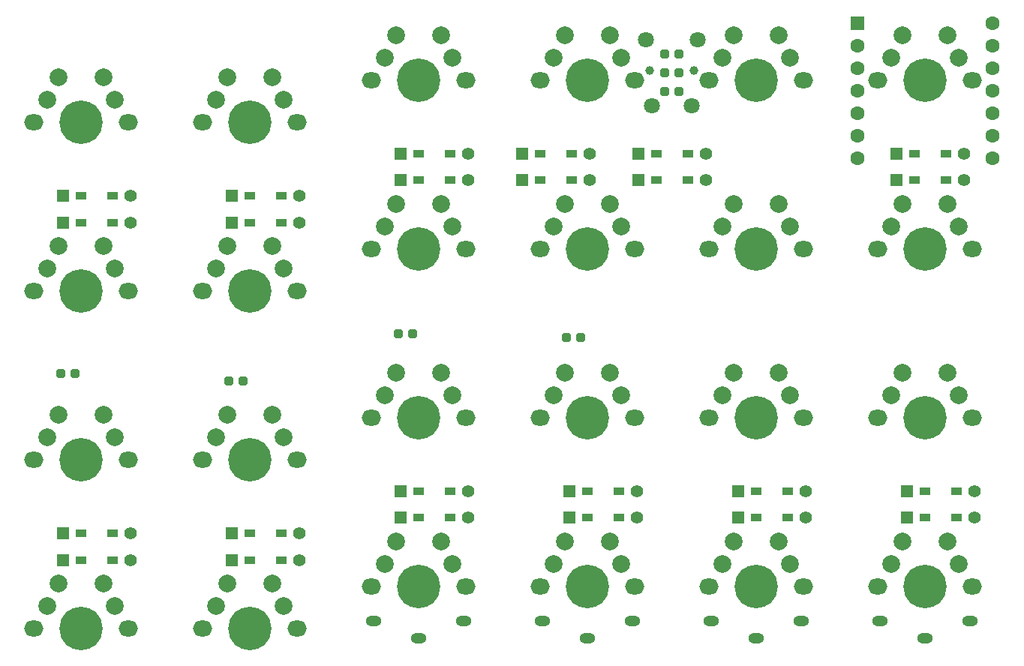
<source format=gbr>
%TF.GenerationSoftware,KiCad,Pcbnew,7.0.1*%
%TF.CreationDate,2025-02-28T04:26:42+09:00*%
%TF.ProjectId,bonyo4xs,626f6e79-6f34-4787-932e-6b696361645f,rev?*%
%TF.SameCoordinates,Original*%
%TF.FileFunction,Soldermask,Top*%
%TF.FilePolarity,Negative*%
%FSLAX46Y46*%
G04 Gerber Fmt 4.6, Leading zero omitted, Abs format (unit mm)*
G04 Created by KiCad (PCBNEW 7.0.1) date 2025-02-28 04:26:42*
%MOMM*%
%LPD*%
G01*
G04 APERTURE LIST*
G04 Aperture macros list*
%AMRoundRect*
0 Rectangle with rounded corners*
0 $1 Rounding radius*
0 $2 $3 $4 $5 $6 $7 $8 $9 X,Y pos of 4 corners*
0 Add a 4 corners polygon primitive as box body*
4,1,4,$2,$3,$4,$5,$6,$7,$8,$9,$2,$3,0*
0 Add four circle primitives for the rounded corners*
1,1,$1+$1,$2,$3*
1,1,$1+$1,$4,$5*
1,1,$1+$1,$6,$7*
1,1,$1+$1,$8,$9*
0 Add four rect primitives between the rounded corners*
20,1,$1+$1,$2,$3,$4,$5,0*
20,1,$1+$1,$4,$5,$6,$7,0*
20,1,$1+$1,$6,$7,$8,$9,0*
20,1,$1+$1,$8,$9,$2,$3,0*%
G04 Aperture macros list end*
%ADD10O,2.170000X1.800000*%
%ADD11C,4.900000*%
%ADD12C,2.000000*%
%ADD13RoundRect,0.250000X-0.250000X-0.250000X0.250000X-0.250000X0.250000X0.250000X-0.250000X0.250000X0*%
%ADD14O,1.800000X1.200000*%
%ADD15RoundRect,0.250000X0.250000X0.250000X-0.250000X0.250000X-0.250000X-0.250000X0.250000X-0.250000X0*%
%ADD16R,1.600000X1.600000*%
%ADD17C,1.600000*%
%ADD18R,1.397000X1.397000*%
%ADD19R,1.300000X0.950000*%
%ADD20C,1.397000*%
%ADD21C,1.000000*%
%ADD22C,1.800000*%
G04 APERTURE END LIST*
D10*
%TO.C,SW16*%
X61360048Y-47625032D03*
D11*
X66675048Y-47625032D03*
D10*
X71990048Y-47625032D03*
D12*
X62865048Y-45085032D03*
X64135048Y-42545032D03*
X69215048Y-42545032D03*
X70485048Y-45085032D03*
%TD*%
D10*
%TO.C,SW5*%
X80410064Y-9525000D03*
D11*
X85725064Y-9525000D03*
D10*
X91040064Y-9525000D03*
D12*
X81915064Y-6985000D03*
X83185064Y-4445000D03*
X88265064Y-4445000D03*
X89535064Y-6985000D03*
%TD*%
D10*
%TO.C,SW13*%
X4210000Y-52387536D03*
D11*
X9525000Y-52387536D03*
D10*
X14840000Y-52387536D03*
D12*
X5715000Y-49847536D03*
X6985000Y-47307536D03*
X12065000Y-47307536D03*
X13335000Y-49847536D03*
%TD*%
D10*
%TO.C,SW17*%
X80410064Y-47625032D03*
D11*
X85725064Y-47625032D03*
D10*
X91040064Y-47625032D03*
D12*
X81915064Y-45085032D03*
X83185064Y-42545032D03*
X88265064Y-42545032D03*
X89535064Y-45085032D03*
%TD*%
D13*
%TO.C,JP2*%
X75400000Y-6600000D03*
X77000000Y-6600000D03*
%TD*%
D10*
%TO.C,SW10*%
X61360048Y-28575016D03*
D11*
X66675048Y-28575016D03*
D10*
X71990048Y-28575016D03*
D12*
X62865048Y-26035016D03*
X64135048Y-23495016D03*
X69215048Y-23495016D03*
X70485048Y-26035016D03*
%TD*%
D10*
%TO.C,SW21*%
X42310032Y-66675048D03*
D11*
X47625032Y-66675048D03*
D10*
X52940032Y-66675048D03*
D14*
X42525032Y-70575048D03*
D12*
X43815032Y-64135048D03*
X45085032Y-61595048D03*
D14*
X52725032Y-70575048D03*
X47625032Y-72575048D03*
D12*
X50165032Y-61595048D03*
X51435032Y-64135048D03*
%TD*%
D10*
%TO.C,SW18*%
X99460080Y-47625032D03*
D11*
X104775080Y-47625032D03*
D10*
X110090080Y-47625032D03*
D12*
X100965080Y-45085032D03*
X102235080Y-42545032D03*
X107315080Y-42545032D03*
X108585080Y-45085032D03*
%TD*%
D13*
%TO.C,JP11*%
X7200000Y-42700000D03*
X8800000Y-42700000D03*
%TD*%
D10*
%TO.C,SW1*%
X4210008Y-14287512D03*
D11*
X9525008Y-14287512D03*
D10*
X14840008Y-14287512D03*
D12*
X5715008Y-11747512D03*
X6985008Y-9207512D03*
X12065008Y-9207512D03*
X13335008Y-11747512D03*
%TD*%
D10*
%TO.C,SW12*%
X99460088Y-28575024D03*
D11*
X104775088Y-28575024D03*
D10*
X110090088Y-28575024D03*
D12*
X100965088Y-26035024D03*
X102235088Y-23495024D03*
X107315088Y-23495024D03*
X108585088Y-26035024D03*
%TD*%
D13*
%TO.C,JP3*%
X75400000Y-10800000D03*
X77000000Y-10800000D03*
%TD*%
D10*
%TO.C,SW8*%
X23260016Y-33337520D03*
D11*
X28575016Y-33337520D03*
D10*
X33890016Y-33337520D03*
D12*
X24765016Y-30797520D03*
X26035016Y-28257520D03*
X31115016Y-28257520D03*
X32385016Y-30797520D03*
%TD*%
D13*
%TO.C,JP12*%
X26200000Y-43500000D03*
X27800000Y-43500000D03*
%TD*%
D10*
%TO.C,SW23*%
X80410064Y-66675048D03*
D11*
X85725064Y-66675048D03*
D10*
X91040064Y-66675048D03*
D14*
X80625064Y-70575048D03*
D12*
X81915064Y-64135048D03*
X83185064Y-61595048D03*
D14*
X90825064Y-70575048D03*
X85725064Y-72575048D03*
D12*
X88265064Y-61595048D03*
X89535064Y-64135048D03*
%TD*%
D10*
%TO.C,SW9*%
X42310032Y-28575016D03*
D11*
X47625032Y-28575016D03*
D10*
X52940032Y-28575016D03*
D12*
X43815032Y-26035016D03*
X45085032Y-23495016D03*
X50165032Y-23495016D03*
X51435032Y-26035016D03*
%TD*%
D10*
%TO.C,SW22*%
X61360048Y-66675048D03*
D11*
X66675048Y-66675048D03*
D10*
X71990048Y-66675048D03*
D14*
X61575048Y-70575048D03*
D12*
X62865048Y-64135048D03*
X64135048Y-61595048D03*
D14*
X71775048Y-70575048D03*
X66675048Y-72575048D03*
D12*
X69215048Y-61595048D03*
X70485048Y-64135048D03*
%TD*%
D13*
%TO.C,JP13*%
X45300000Y-38200000D03*
X46900000Y-38200000D03*
%TD*%
%TO.C,JP14*%
X64300000Y-38600000D03*
X65900000Y-38600000D03*
%TD*%
D10*
%TO.C,SW4*%
X61360048Y-9525000D03*
D11*
X66675048Y-9525000D03*
D10*
X71990048Y-9525000D03*
D12*
X62865048Y-6985000D03*
X64135048Y-4445000D03*
X69215048Y-4445000D03*
X70485048Y-6985000D03*
%TD*%
D10*
%TO.C,SW20*%
X23260016Y-71437552D03*
D11*
X28575016Y-71437552D03*
D10*
X33890016Y-71437552D03*
D12*
X24765016Y-68897552D03*
X26035016Y-66357552D03*
X31115016Y-66357552D03*
X32385016Y-68897552D03*
%TD*%
D10*
%TO.C,SW15*%
X42310032Y-47625032D03*
D11*
X47625032Y-47625032D03*
D10*
X52940032Y-47625032D03*
D12*
X43815032Y-45085032D03*
X45085032Y-42545032D03*
X50165032Y-42545032D03*
X51435032Y-45085032D03*
%TD*%
D10*
%TO.C,SW6*%
X99460088Y-9525008D03*
D11*
X104775088Y-9525008D03*
D10*
X110090088Y-9525008D03*
D12*
X100965088Y-6985008D03*
X102235088Y-4445008D03*
X107315088Y-4445008D03*
X108585088Y-6985008D03*
%TD*%
D10*
%TO.C,SW24*%
X99460080Y-66675048D03*
D11*
X104775080Y-66675048D03*
D10*
X110090080Y-66675048D03*
D14*
X99675080Y-70575048D03*
D12*
X100965080Y-64135048D03*
X102235080Y-61595048D03*
D14*
X109875080Y-70575048D03*
X104775080Y-72575048D03*
D12*
X107315080Y-61595048D03*
X108585080Y-64135048D03*
%TD*%
D10*
%TO.C,SW19*%
X4210000Y-71437552D03*
D11*
X9525000Y-71437552D03*
D10*
X14840000Y-71437552D03*
D12*
X5715000Y-68897552D03*
X6985000Y-66357552D03*
X12065000Y-66357552D03*
X13335000Y-68897552D03*
%TD*%
D10*
%TO.C,SW14*%
X23260016Y-52387536D03*
D11*
X28575016Y-52387536D03*
D10*
X33890016Y-52387536D03*
D12*
X24765016Y-49847536D03*
X26035016Y-47307536D03*
X31115016Y-47307536D03*
X32385016Y-49847536D03*
%TD*%
D10*
%TO.C,SW7*%
X4210000Y-33337520D03*
D11*
X9525000Y-33337520D03*
D10*
X14840000Y-33337520D03*
D12*
X5715000Y-30797520D03*
X6985000Y-28257520D03*
X12065000Y-28257520D03*
X13335000Y-30797520D03*
%TD*%
D10*
%TO.C,SW3*%
X42310032Y-9525000D03*
D11*
X47625032Y-9525000D03*
D10*
X52940032Y-9525000D03*
D12*
X43815032Y-6985000D03*
X45085032Y-4445000D03*
X50165032Y-4445000D03*
X51435032Y-6985000D03*
%TD*%
D10*
%TO.C,SW2*%
X23260016Y-14287504D03*
D11*
X28575016Y-14287504D03*
D10*
X33890016Y-14287504D03*
D12*
X24765016Y-11747504D03*
X26035016Y-9207504D03*
X31115016Y-9207504D03*
X32385016Y-11747504D03*
%TD*%
D15*
%TO.C,JP1*%
X77000000Y-8700000D03*
X75400000Y-8700000D03*
%TD*%
D10*
%TO.C,SW11*%
X80410064Y-28575016D03*
D11*
X85725064Y-28575016D03*
D10*
X91040064Y-28575016D03*
D12*
X81915064Y-26035016D03*
X83185064Y-23495016D03*
X88265064Y-23495016D03*
X89535064Y-26035016D03*
%TD*%
D16*
%TO.C,U1*%
X97155080Y-3095626D03*
D17*
X97155080Y-5635626D03*
X97155080Y-8175626D03*
X97155080Y-10715626D03*
X97155080Y-13255626D03*
X97155080Y-15795626D03*
X97155080Y-18335626D03*
X112395080Y-18335626D03*
X112395080Y-15795626D03*
X112395080Y-13255626D03*
X112395080Y-10715626D03*
X112395080Y-8175626D03*
X112395080Y-5635626D03*
X112395080Y-3095626D03*
%TD*%
D18*
%TO.C,D20*%
X26550963Y-63698491D03*
D19*
X28585963Y-63698491D03*
X32135963Y-63698491D03*
D20*
X34170963Y-63698491D03*
%TD*%
D18*
%TO.C,D13*%
X7500947Y-60721926D03*
D19*
X9535947Y-60721926D03*
X13085947Y-60721926D03*
D20*
X15120947Y-60721926D03*
%TD*%
D18*
%TO.C,D21*%
X45600979Y-58935987D03*
D19*
X47635979Y-58935987D03*
X51185979Y-58935987D03*
D20*
X53220979Y-58935987D03*
%TD*%
D18*
%TO.C,D16*%
X64650995Y-55959422D03*
D19*
X66685995Y-55959422D03*
X70235995Y-55959422D03*
D20*
X72270995Y-55959422D03*
%TD*%
D18*
%TO.C,D15*%
X45600979Y-55959422D03*
D19*
X47635979Y-55959422D03*
X51185979Y-55959422D03*
D20*
X53220979Y-55959422D03*
%TD*%
D18*
%TO.C,D12*%
X101560401Y-20835955D03*
D19*
X103595401Y-20835955D03*
X107145401Y-20835955D03*
D20*
X109180401Y-20835955D03*
%TD*%
D18*
%TO.C,D3*%
X45600979Y-17859382D03*
D19*
X47635979Y-17859382D03*
X51185979Y-17859382D03*
D20*
X53220979Y-17859382D03*
%TD*%
D18*
%TO.C,D11*%
X72390064Y-20835955D03*
D19*
X74425064Y-20835955D03*
X77975064Y-20835955D03*
D20*
X80010064Y-20835955D03*
%TD*%
D18*
%TO.C,D4*%
X59293178Y-17859390D03*
D19*
X61328178Y-17859390D03*
X64878178Y-17859390D03*
D20*
X66913178Y-17859390D03*
%TD*%
D18*
%TO.C,D23*%
X83701011Y-58935987D03*
D19*
X85736011Y-58935987D03*
X89286011Y-58935987D03*
D20*
X91321011Y-58935987D03*
%TD*%
D18*
%TO.C,D8*%
X26550963Y-25598459D03*
D19*
X28585963Y-25598459D03*
X32135963Y-25598459D03*
D20*
X34170963Y-25598459D03*
%TD*%
D18*
%TO.C,D5*%
X72390064Y-17859390D03*
D19*
X74425064Y-17859390D03*
X77975064Y-17859390D03*
D20*
X80010064Y-17859390D03*
%TD*%
D18*
%TO.C,D7*%
X7500947Y-25598459D03*
D19*
X9535947Y-25598459D03*
X13085947Y-25598459D03*
D20*
X15120947Y-25598459D03*
%TD*%
D21*
%TO.C,J1*%
X78700056Y-8453122D03*
X73700056Y-8453122D03*
D22*
X73950056Y-12453122D03*
X78450056Y-12453122D03*
X79100056Y-4953122D03*
X73300056Y-4953122D03*
%TD*%
D18*
%TO.C,D24*%
X102751027Y-58935987D03*
D19*
X104786027Y-58935987D03*
X108336027Y-58935987D03*
D20*
X110371027Y-58935987D03*
%TD*%
D18*
%TO.C,D10*%
X59293178Y-20835955D03*
D19*
X61328178Y-20835955D03*
X64878178Y-20835955D03*
D20*
X66913178Y-20835955D03*
%TD*%
D18*
%TO.C,D6*%
X101560401Y-17859382D03*
D19*
X103595401Y-17859382D03*
X107145401Y-17859382D03*
D20*
X109180401Y-17859382D03*
%TD*%
D18*
%TO.C,D14*%
X26550963Y-60721918D03*
D19*
X28585963Y-60721918D03*
X32135963Y-60721918D03*
D20*
X34170963Y-60721918D03*
%TD*%
D18*
%TO.C,D17*%
X83701011Y-55959422D03*
D19*
X85736011Y-55959422D03*
X89286011Y-55959422D03*
D20*
X91321011Y-55959422D03*
%TD*%
D18*
%TO.C,D2*%
X26550963Y-22621894D03*
D19*
X28585963Y-22621894D03*
X32135963Y-22621894D03*
D20*
X34170963Y-22621894D03*
%TD*%
D18*
%TO.C,D9*%
X45600979Y-20835955D03*
D19*
X47635979Y-20835955D03*
X51185979Y-20835955D03*
D20*
X53220979Y-20835955D03*
%TD*%
D18*
%TO.C,D18*%
X102751027Y-55959414D03*
D19*
X104786027Y-55959414D03*
X108336027Y-55959414D03*
D20*
X110371027Y-55959414D03*
%TD*%
D18*
%TO.C,D22*%
X64650995Y-58935987D03*
D19*
X66685995Y-58935987D03*
X70235995Y-58935987D03*
D20*
X72270995Y-58935987D03*
%TD*%
D18*
%TO.C,D1*%
X7500947Y-22621894D03*
D19*
X9535947Y-22621894D03*
X13085947Y-22621894D03*
D20*
X15120947Y-22621894D03*
%TD*%
D18*
%TO.C,D19*%
X7500947Y-63698491D03*
D19*
X9535947Y-63698491D03*
X13085947Y-63698491D03*
D20*
X15120947Y-63698491D03*
%TD*%
M02*

</source>
